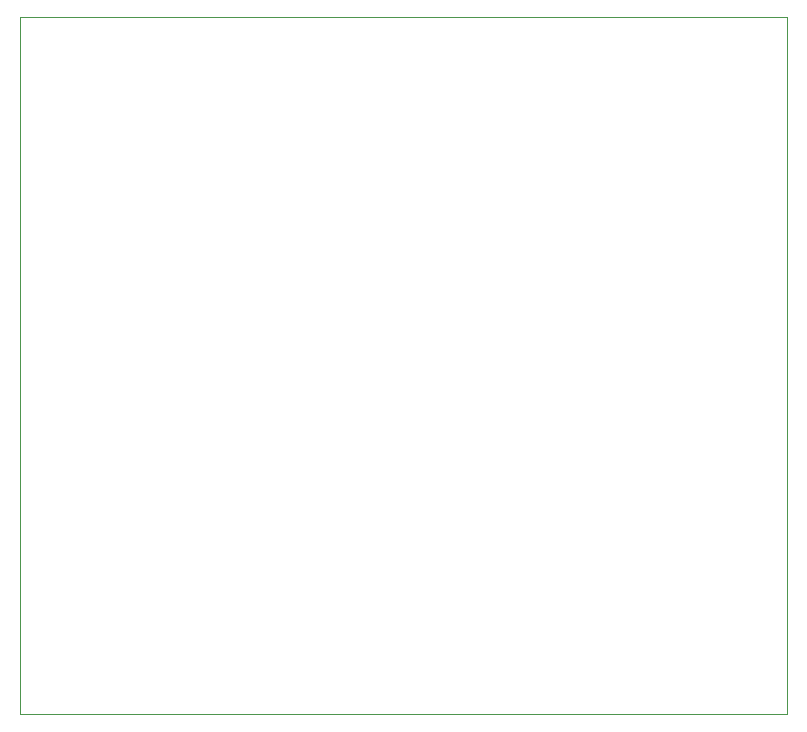
<source format=gbr>
%TF.GenerationSoftware,KiCad,Pcbnew,9.0.5*%
%TF.CreationDate,2026-01-28T15:10:35+09:00*%
%TF.ProjectId,esp32s3_serial_bridge_pcb,65737033-3273-4335-9f73-657269616c5f,V1.0*%
%TF.SameCoordinates,Original*%
%TF.FileFunction,Profile,NP*%
%FSLAX46Y46*%
G04 Gerber Fmt 4.6, Leading zero omitted, Abs format (unit mm)*
G04 Created by KiCad (PCBNEW 9.0.5) date 2026-01-28 15:10:35*
%MOMM*%
%LPD*%
G01*
G04 APERTURE LIST*
%TA.AperFunction,Profile*%
%ADD10C,0.050000*%
%TD*%
G04 APERTURE END LIST*
D10*
X169000000Y-75000000D02*
X169000000Y-134000000D01*
X169000000Y-134000000D02*
X104000000Y-134000000D01*
X104000000Y-75000000D02*
X169000000Y-75000000D01*
X104000000Y-134000000D02*
X104000000Y-75000000D01*
M02*

</source>
